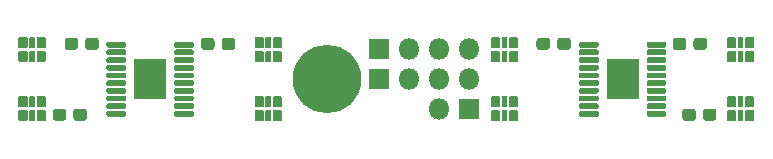
<source format=gbr>
%TF.GenerationSoftware,KiCad,Pcbnew,5.99.0-unknown-4d9d1a5~100~ubuntu19.10.1*%
%TF.CreationDate,2020-03-24T19:27:40+01:00*%
%TF.ProjectId,LEDBoard_4x2_p20x5,4c454442-6f61-4726-945f-3478325f7032,v1.0.0*%
%TF.SameCoordinates,Original*%
%TF.FileFunction,Soldermask,Top*%
%TF.FilePolarity,Negative*%
%FSLAX46Y46*%
G04 Gerber Fmt 4.6, Leading zero omitted, Abs format (unit mm)*
G04 Created by KiCad (PCBNEW 5.99.0-unknown-4d9d1a5~100~ubuntu19.10.1) date 2020-03-24 19:27:40*
%MOMM*%
%LPD*%
G01*
G04 APERTURE LIST*
%ADD10R,2.750000X3.430000*%
%ADD11O,1.800000X1.800000*%
%ADD12R,1.800000X1.800000*%
%ADD13C,5.800000*%
G04 APERTURE END LIST*
G36*
G01*
X90385000Y-103473000D02*
X90385000Y-102697000D01*
G75*
G02*
X90462000Y-102620000I77000J0D01*
G01*
X91078000Y-102620000D01*
G75*
G02*
X91155000Y-102697000I0J-77000D01*
G01*
X91155000Y-103473000D01*
G75*
G02*
X91078000Y-103550000I-77000J0D01*
G01*
X90462000Y-103550000D01*
G75*
G02*
X90385000Y-103473000I0J77000D01*
G01*
G37*
G36*
G01*
X89765000Y-103503000D02*
X89765000Y-102667000D01*
G75*
G02*
X89812000Y-102620000I47000J0D01*
G01*
X90188000Y-102620000D01*
G75*
G02*
X90235000Y-102667000I0J-47000D01*
G01*
X90235000Y-103503000D01*
G75*
G02*
X90188000Y-103550000I-47000J0D01*
G01*
X89812000Y-103550000D01*
G75*
G02*
X89765000Y-103503000I0J47000D01*
G01*
G37*
G36*
G01*
X88845000Y-103473000D02*
X88845000Y-102697000D01*
G75*
G02*
X88922000Y-102620000I77000J0D01*
G01*
X89538000Y-102620000D01*
G75*
G02*
X89615000Y-102697000I0J-77000D01*
G01*
X89615000Y-103473000D01*
G75*
G02*
X89538000Y-103550000I-77000J0D01*
G01*
X88922000Y-103550000D01*
G75*
G02*
X88845000Y-103473000I0J77000D01*
G01*
G37*
G36*
G01*
X90385000Y-102303000D02*
X90385000Y-101527000D01*
G75*
G02*
X90462000Y-101450000I77000J0D01*
G01*
X91078000Y-101450000D01*
G75*
G02*
X91155000Y-101527000I0J-77000D01*
G01*
X91155000Y-102303000D01*
G75*
G02*
X91078000Y-102380000I-77000J0D01*
G01*
X90462000Y-102380000D01*
G75*
G02*
X90385000Y-102303000I0J77000D01*
G01*
G37*
G36*
G01*
X89765000Y-102333000D02*
X89765000Y-101497000D01*
G75*
G02*
X89812000Y-101450000I47000J0D01*
G01*
X90188000Y-101450000D01*
G75*
G02*
X90235000Y-101497000I0J-47000D01*
G01*
X90235000Y-102333000D01*
G75*
G02*
X90188000Y-102380000I-47000J0D01*
G01*
X89812000Y-102380000D01*
G75*
G02*
X89765000Y-102333000I0J47000D01*
G01*
G37*
G36*
G01*
X88845000Y-102303000D02*
X88845000Y-101527000D01*
G75*
G02*
X88922000Y-101450000I77000J0D01*
G01*
X89538000Y-101450000D01*
G75*
G02*
X89615000Y-101527000I0J-77000D01*
G01*
X89615000Y-102303000D01*
G75*
G02*
X89538000Y-102380000I-77000J0D01*
G01*
X88922000Y-102380000D01*
G75*
G02*
X88845000Y-102303000I0J77000D01*
G01*
G37*
G36*
G01*
X130385000Y-103473000D02*
X130385000Y-102697000D01*
G75*
G02*
X130462000Y-102620000I77000J0D01*
G01*
X131078000Y-102620000D01*
G75*
G02*
X131155000Y-102697000I0J-77000D01*
G01*
X131155000Y-103473000D01*
G75*
G02*
X131078000Y-103550000I-77000J0D01*
G01*
X130462000Y-103550000D01*
G75*
G02*
X130385000Y-103473000I0J77000D01*
G01*
G37*
G36*
G01*
X129765000Y-103503000D02*
X129765000Y-102667000D01*
G75*
G02*
X129812000Y-102620000I47000J0D01*
G01*
X130188000Y-102620000D01*
G75*
G02*
X130235000Y-102667000I0J-47000D01*
G01*
X130235000Y-103503000D01*
G75*
G02*
X130188000Y-103550000I-47000J0D01*
G01*
X129812000Y-103550000D01*
G75*
G02*
X129765000Y-103503000I0J47000D01*
G01*
G37*
G36*
G01*
X128845000Y-103473000D02*
X128845000Y-102697000D01*
G75*
G02*
X128922000Y-102620000I77000J0D01*
G01*
X129538000Y-102620000D01*
G75*
G02*
X129615000Y-102697000I0J-77000D01*
G01*
X129615000Y-103473000D01*
G75*
G02*
X129538000Y-103550000I-77000J0D01*
G01*
X128922000Y-103550000D01*
G75*
G02*
X128845000Y-103473000I0J77000D01*
G01*
G37*
G36*
G01*
X130385000Y-102303000D02*
X130385000Y-101527000D01*
G75*
G02*
X130462000Y-101450000I77000J0D01*
G01*
X131078000Y-101450000D01*
G75*
G02*
X131155000Y-101527000I0J-77000D01*
G01*
X131155000Y-102303000D01*
G75*
G02*
X131078000Y-102380000I-77000J0D01*
G01*
X130462000Y-102380000D01*
G75*
G02*
X130385000Y-102303000I0J77000D01*
G01*
G37*
G36*
G01*
X129765000Y-102333000D02*
X129765000Y-101497000D01*
G75*
G02*
X129812000Y-101450000I47000J0D01*
G01*
X130188000Y-101450000D01*
G75*
G02*
X130235000Y-101497000I0J-47000D01*
G01*
X130235000Y-102333000D01*
G75*
G02*
X130188000Y-102380000I-47000J0D01*
G01*
X129812000Y-102380000D01*
G75*
G02*
X129765000Y-102333000I0J47000D01*
G01*
G37*
G36*
G01*
X128845000Y-102303000D02*
X128845000Y-101527000D01*
G75*
G02*
X128922000Y-101450000I77000J0D01*
G01*
X129538000Y-101450000D01*
G75*
G02*
X129615000Y-101527000I0J-77000D01*
G01*
X129615000Y-102303000D01*
G75*
G02*
X129538000Y-102380000I-77000J0D01*
G01*
X128922000Y-102380000D01*
G75*
G02*
X128845000Y-102303000I0J77000D01*
G01*
G37*
G36*
G01*
X130385000Y-98473000D02*
X130385000Y-97697000D01*
G75*
G02*
X130462000Y-97620000I77000J0D01*
G01*
X131078000Y-97620000D01*
G75*
G02*
X131155000Y-97697000I0J-77000D01*
G01*
X131155000Y-98473000D01*
G75*
G02*
X131078000Y-98550000I-77000J0D01*
G01*
X130462000Y-98550000D01*
G75*
G02*
X130385000Y-98473000I0J77000D01*
G01*
G37*
G36*
G01*
X129765000Y-98503000D02*
X129765000Y-97667000D01*
G75*
G02*
X129812000Y-97620000I47000J0D01*
G01*
X130188000Y-97620000D01*
G75*
G02*
X130235000Y-97667000I0J-47000D01*
G01*
X130235000Y-98503000D01*
G75*
G02*
X130188000Y-98550000I-47000J0D01*
G01*
X129812000Y-98550000D01*
G75*
G02*
X129765000Y-98503000I0J47000D01*
G01*
G37*
G36*
G01*
X128845000Y-98473000D02*
X128845000Y-97697000D01*
G75*
G02*
X128922000Y-97620000I77000J0D01*
G01*
X129538000Y-97620000D01*
G75*
G02*
X129615000Y-97697000I0J-77000D01*
G01*
X129615000Y-98473000D01*
G75*
G02*
X129538000Y-98550000I-77000J0D01*
G01*
X128922000Y-98550000D01*
G75*
G02*
X128845000Y-98473000I0J77000D01*
G01*
G37*
G36*
G01*
X130385000Y-97303000D02*
X130385000Y-96527000D01*
G75*
G02*
X130462000Y-96450000I77000J0D01*
G01*
X131078000Y-96450000D01*
G75*
G02*
X131155000Y-96527000I0J-77000D01*
G01*
X131155000Y-97303000D01*
G75*
G02*
X131078000Y-97380000I-77000J0D01*
G01*
X130462000Y-97380000D01*
G75*
G02*
X130385000Y-97303000I0J77000D01*
G01*
G37*
G36*
G01*
X129765000Y-97333000D02*
X129765000Y-96497000D01*
G75*
G02*
X129812000Y-96450000I47000J0D01*
G01*
X130188000Y-96450000D01*
G75*
G02*
X130235000Y-96497000I0J-47000D01*
G01*
X130235000Y-97333000D01*
G75*
G02*
X130188000Y-97380000I-47000J0D01*
G01*
X129812000Y-97380000D01*
G75*
G02*
X129765000Y-97333000I0J47000D01*
G01*
G37*
G36*
G01*
X128845000Y-97303000D02*
X128845000Y-96527000D01*
G75*
G02*
X128922000Y-96450000I77000J0D01*
G01*
X129538000Y-96450000D01*
G75*
G02*
X129615000Y-96527000I0J-77000D01*
G01*
X129615000Y-97303000D01*
G75*
G02*
X129538000Y-97380000I-77000J0D01*
G01*
X128922000Y-97380000D01*
G75*
G02*
X128845000Y-97303000I0J77000D01*
G01*
G37*
G36*
G01*
X110385000Y-103473000D02*
X110385000Y-102697000D01*
G75*
G02*
X110462000Y-102620000I77000J0D01*
G01*
X111078000Y-102620000D01*
G75*
G02*
X111155000Y-102697000I0J-77000D01*
G01*
X111155000Y-103473000D01*
G75*
G02*
X111078000Y-103550000I-77000J0D01*
G01*
X110462000Y-103550000D01*
G75*
G02*
X110385000Y-103473000I0J77000D01*
G01*
G37*
G36*
G01*
X109765000Y-103503000D02*
X109765000Y-102667000D01*
G75*
G02*
X109812000Y-102620000I47000J0D01*
G01*
X110188000Y-102620000D01*
G75*
G02*
X110235000Y-102667000I0J-47000D01*
G01*
X110235000Y-103503000D01*
G75*
G02*
X110188000Y-103550000I-47000J0D01*
G01*
X109812000Y-103550000D01*
G75*
G02*
X109765000Y-103503000I0J47000D01*
G01*
G37*
G36*
G01*
X108845000Y-103473000D02*
X108845000Y-102697000D01*
G75*
G02*
X108922000Y-102620000I77000J0D01*
G01*
X109538000Y-102620000D01*
G75*
G02*
X109615000Y-102697000I0J-77000D01*
G01*
X109615000Y-103473000D01*
G75*
G02*
X109538000Y-103550000I-77000J0D01*
G01*
X108922000Y-103550000D01*
G75*
G02*
X108845000Y-103473000I0J77000D01*
G01*
G37*
G36*
G01*
X110385000Y-102303000D02*
X110385000Y-101527000D01*
G75*
G02*
X110462000Y-101450000I77000J0D01*
G01*
X111078000Y-101450000D01*
G75*
G02*
X111155000Y-101527000I0J-77000D01*
G01*
X111155000Y-102303000D01*
G75*
G02*
X111078000Y-102380000I-77000J0D01*
G01*
X110462000Y-102380000D01*
G75*
G02*
X110385000Y-102303000I0J77000D01*
G01*
G37*
G36*
G01*
X109765000Y-102333000D02*
X109765000Y-101497000D01*
G75*
G02*
X109812000Y-101450000I47000J0D01*
G01*
X110188000Y-101450000D01*
G75*
G02*
X110235000Y-101497000I0J-47000D01*
G01*
X110235000Y-102333000D01*
G75*
G02*
X110188000Y-102380000I-47000J0D01*
G01*
X109812000Y-102380000D01*
G75*
G02*
X109765000Y-102333000I0J47000D01*
G01*
G37*
G36*
G01*
X108845000Y-102303000D02*
X108845000Y-101527000D01*
G75*
G02*
X108922000Y-101450000I77000J0D01*
G01*
X109538000Y-101450000D01*
G75*
G02*
X109615000Y-101527000I0J-77000D01*
G01*
X109615000Y-102303000D01*
G75*
G02*
X109538000Y-102380000I-77000J0D01*
G01*
X108922000Y-102380000D01*
G75*
G02*
X108845000Y-102303000I0J77000D01*
G01*
G37*
G36*
G01*
X110385000Y-98473000D02*
X110385000Y-97697000D01*
G75*
G02*
X110462000Y-97620000I77000J0D01*
G01*
X111078000Y-97620000D01*
G75*
G02*
X111155000Y-97697000I0J-77000D01*
G01*
X111155000Y-98473000D01*
G75*
G02*
X111078000Y-98550000I-77000J0D01*
G01*
X110462000Y-98550000D01*
G75*
G02*
X110385000Y-98473000I0J77000D01*
G01*
G37*
G36*
G01*
X109765000Y-98503000D02*
X109765000Y-97667000D01*
G75*
G02*
X109812000Y-97620000I47000J0D01*
G01*
X110188000Y-97620000D01*
G75*
G02*
X110235000Y-97667000I0J-47000D01*
G01*
X110235000Y-98503000D01*
G75*
G02*
X110188000Y-98550000I-47000J0D01*
G01*
X109812000Y-98550000D01*
G75*
G02*
X109765000Y-98503000I0J47000D01*
G01*
G37*
G36*
G01*
X108845000Y-98473000D02*
X108845000Y-97697000D01*
G75*
G02*
X108922000Y-97620000I77000J0D01*
G01*
X109538000Y-97620000D01*
G75*
G02*
X109615000Y-97697000I0J-77000D01*
G01*
X109615000Y-98473000D01*
G75*
G02*
X109538000Y-98550000I-77000J0D01*
G01*
X108922000Y-98550000D01*
G75*
G02*
X108845000Y-98473000I0J77000D01*
G01*
G37*
G36*
G01*
X110385000Y-97303000D02*
X110385000Y-96527000D01*
G75*
G02*
X110462000Y-96450000I77000J0D01*
G01*
X111078000Y-96450000D01*
G75*
G02*
X111155000Y-96527000I0J-77000D01*
G01*
X111155000Y-97303000D01*
G75*
G02*
X111078000Y-97380000I-77000J0D01*
G01*
X110462000Y-97380000D01*
G75*
G02*
X110385000Y-97303000I0J77000D01*
G01*
G37*
G36*
G01*
X109765000Y-97333000D02*
X109765000Y-96497000D01*
G75*
G02*
X109812000Y-96450000I47000J0D01*
G01*
X110188000Y-96450000D01*
G75*
G02*
X110235000Y-96497000I0J-47000D01*
G01*
X110235000Y-97333000D01*
G75*
G02*
X110188000Y-97380000I-47000J0D01*
G01*
X109812000Y-97380000D01*
G75*
G02*
X109765000Y-97333000I0J47000D01*
G01*
G37*
G36*
G01*
X108845000Y-97303000D02*
X108845000Y-96527000D01*
G75*
G02*
X108922000Y-96450000I77000J0D01*
G01*
X109538000Y-96450000D01*
G75*
G02*
X109615000Y-96527000I0J-77000D01*
G01*
X109615000Y-97303000D01*
G75*
G02*
X109538000Y-97380000I-77000J0D01*
G01*
X108922000Y-97380000D01*
G75*
G02*
X108845000Y-97303000I0J77000D01*
G01*
G37*
G36*
G01*
X90385000Y-98473000D02*
X90385000Y-97697000D01*
G75*
G02*
X90462000Y-97620000I77000J0D01*
G01*
X91078000Y-97620000D01*
G75*
G02*
X91155000Y-97697000I0J-77000D01*
G01*
X91155000Y-98473000D01*
G75*
G02*
X91078000Y-98550000I-77000J0D01*
G01*
X90462000Y-98550000D01*
G75*
G02*
X90385000Y-98473000I0J77000D01*
G01*
G37*
G36*
G01*
X89765000Y-98503000D02*
X89765000Y-97667000D01*
G75*
G02*
X89812000Y-97620000I47000J0D01*
G01*
X90188000Y-97620000D01*
G75*
G02*
X90235000Y-97667000I0J-47000D01*
G01*
X90235000Y-98503000D01*
G75*
G02*
X90188000Y-98550000I-47000J0D01*
G01*
X89812000Y-98550000D01*
G75*
G02*
X89765000Y-98503000I0J47000D01*
G01*
G37*
G36*
G01*
X88845000Y-98473000D02*
X88845000Y-97697000D01*
G75*
G02*
X88922000Y-97620000I77000J0D01*
G01*
X89538000Y-97620000D01*
G75*
G02*
X89615000Y-97697000I0J-77000D01*
G01*
X89615000Y-98473000D01*
G75*
G02*
X89538000Y-98550000I-77000J0D01*
G01*
X88922000Y-98550000D01*
G75*
G02*
X88845000Y-98473000I0J77000D01*
G01*
G37*
G36*
G01*
X90385000Y-97303000D02*
X90385000Y-96527000D01*
G75*
G02*
X90462000Y-96450000I77000J0D01*
G01*
X91078000Y-96450000D01*
G75*
G02*
X91155000Y-96527000I0J-77000D01*
G01*
X91155000Y-97303000D01*
G75*
G02*
X91078000Y-97380000I-77000J0D01*
G01*
X90462000Y-97380000D01*
G75*
G02*
X90385000Y-97303000I0J77000D01*
G01*
G37*
G36*
G01*
X89765000Y-97333000D02*
X89765000Y-96497000D01*
G75*
G02*
X89812000Y-96450000I47000J0D01*
G01*
X90188000Y-96450000D01*
G75*
G02*
X90235000Y-96497000I0J-47000D01*
G01*
X90235000Y-97333000D01*
G75*
G02*
X90188000Y-97380000I-47000J0D01*
G01*
X89812000Y-97380000D01*
G75*
G02*
X89765000Y-97333000I0J47000D01*
G01*
G37*
G36*
G01*
X88845000Y-97303000D02*
X88845000Y-96527000D01*
G75*
G02*
X88922000Y-96450000I77000J0D01*
G01*
X89538000Y-96450000D01*
G75*
G02*
X89615000Y-96527000I0J-77000D01*
G01*
X89615000Y-97303000D01*
G75*
G02*
X89538000Y-97380000I-77000J0D01*
G01*
X88922000Y-97380000D01*
G75*
G02*
X88845000Y-97303000I0J77000D01*
G01*
G37*
G36*
G01*
X70385000Y-103473000D02*
X70385000Y-102697000D01*
G75*
G02*
X70462000Y-102620000I77000J0D01*
G01*
X71078000Y-102620000D01*
G75*
G02*
X71155000Y-102697000I0J-77000D01*
G01*
X71155000Y-103473000D01*
G75*
G02*
X71078000Y-103550000I-77000J0D01*
G01*
X70462000Y-103550000D01*
G75*
G02*
X70385000Y-103473000I0J77000D01*
G01*
G37*
G36*
G01*
X69765000Y-103503000D02*
X69765000Y-102667000D01*
G75*
G02*
X69812000Y-102620000I47000J0D01*
G01*
X70188000Y-102620000D01*
G75*
G02*
X70235000Y-102667000I0J-47000D01*
G01*
X70235000Y-103503000D01*
G75*
G02*
X70188000Y-103550000I-47000J0D01*
G01*
X69812000Y-103550000D01*
G75*
G02*
X69765000Y-103503000I0J47000D01*
G01*
G37*
G36*
G01*
X68845000Y-103473000D02*
X68845000Y-102697000D01*
G75*
G02*
X68922000Y-102620000I77000J0D01*
G01*
X69538000Y-102620000D01*
G75*
G02*
X69615000Y-102697000I0J-77000D01*
G01*
X69615000Y-103473000D01*
G75*
G02*
X69538000Y-103550000I-77000J0D01*
G01*
X68922000Y-103550000D01*
G75*
G02*
X68845000Y-103473000I0J77000D01*
G01*
G37*
G36*
G01*
X70385000Y-102303000D02*
X70385000Y-101527000D01*
G75*
G02*
X70462000Y-101450000I77000J0D01*
G01*
X71078000Y-101450000D01*
G75*
G02*
X71155000Y-101527000I0J-77000D01*
G01*
X71155000Y-102303000D01*
G75*
G02*
X71078000Y-102380000I-77000J0D01*
G01*
X70462000Y-102380000D01*
G75*
G02*
X70385000Y-102303000I0J77000D01*
G01*
G37*
G36*
G01*
X69765000Y-102333000D02*
X69765000Y-101497000D01*
G75*
G02*
X69812000Y-101450000I47000J0D01*
G01*
X70188000Y-101450000D01*
G75*
G02*
X70235000Y-101497000I0J-47000D01*
G01*
X70235000Y-102333000D01*
G75*
G02*
X70188000Y-102380000I-47000J0D01*
G01*
X69812000Y-102380000D01*
G75*
G02*
X69765000Y-102333000I0J47000D01*
G01*
G37*
G36*
G01*
X68845000Y-102303000D02*
X68845000Y-101527000D01*
G75*
G02*
X68922000Y-101450000I77000J0D01*
G01*
X69538000Y-101450000D01*
G75*
G02*
X69615000Y-101527000I0J-77000D01*
G01*
X69615000Y-102303000D01*
G75*
G02*
X69538000Y-102380000I-77000J0D01*
G01*
X68922000Y-102380000D01*
G75*
G02*
X68845000Y-102303000I0J77000D01*
G01*
G37*
G36*
G01*
X70385000Y-98473000D02*
X70385000Y-97697000D01*
G75*
G02*
X70462000Y-97620000I77000J0D01*
G01*
X71078000Y-97620000D01*
G75*
G02*
X71155000Y-97697000I0J-77000D01*
G01*
X71155000Y-98473000D01*
G75*
G02*
X71078000Y-98550000I-77000J0D01*
G01*
X70462000Y-98550000D01*
G75*
G02*
X70385000Y-98473000I0J77000D01*
G01*
G37*
G36*
G01*
X69765000Y-98503000D02*
X69765000Y-97667000D01*
G75*
G02*
X69812000Y-97620000I47000J0D01*
G01*
X70188000Y-97620000D01*
G75*
G02*
X70235000Y-97667000I0J-47000D01*
G01*
X70235000Y-98503000D01*
G75*
G02*
X70188000Y-98550000I-47000J0D01*
G01*
X69812000Y-98550000D01*
G75*
G02*
X69765000Y-98503000I0J47000D01*
G01*
G37*
G36*
G01*
X68845000Y-98473000D02*
X68845000Y-97697000D01*
G75*
G02*
X68922000Y-97620000I77000J0D01*
G01*
X69538000Y-97620000D01*
G75*
G02*
X69615000Y-97697000I0J-77000D01*
G01*
X69615000Y-98473000D01*
G75*
G02*
X69538000Y-98550000I-77000J0D01*
G01*
X68922000Y-98550000D01*
G75*
G02*
X68845000Y-98473000I0J77000D01*
G01*
G37*
G36*
G01*
X70385000Y-97303000D02*
X70385000Y-96527000D01*
G75*
G02*
X70462000Y-96450000I77000J0D01*
G01*
X71078000Y-96450000D01*
G75*
G02*
X71155000Y-96527000I0J-77000D01*
G01*
X71155000Y-97303000D01*
G75*
G02*
X71078000Y-97380000I-77000J0D01*
G01*
X70462000Y-97380000D01*
G75*
G02*
X70385000Y-97303000I0J77000D01*
G01*
G37*
G36*
G01*
X69765000Y-97333000D02*
X69765000Y-96497000D01*
G75*
G02*
X69812000Y-96450000I47000J0D01*
G01*
X70188000Y-96450000D01*
G75*
G02*
X70235000Y-96497000I0J-47000D01*
G01*
X70235000Y-97333000D01*
G75*
G02*
X70188000Y-97380000I-47000J0D01*
G01*
X69812000Y-97380000D01*
G75*
G02*
X69765000Y-97333000I0J47000D01*
G01*
G37*
G36*
G01*
X68845000Y-97303000D02*
X68845000Y-96527000D01*
G75*
G02*
X68922000Y-96450000I77000J0D01*
G01*
X69538000Y-96450000D01*
G75*
G02*
X69615000Y-96527000I0J-77000D01*
G01*
X69615000Y-97303000D01*
G75*
G02*
X69538000Y-97380000I-77000J0D01*
G01*
X68922000Y-97380000D01*
G75*
G02*
X68845000Y-97303000I0J77000D01*
G01*
G37*
G36*
G01*
X73500000Y-103262500D02*
X73500000Y-102737500D01*
G75*
G02*
X73762500Y-102475000I262500J0D01*
G01*
X74387500Y-102475000D01*
G75*
G02*
X74650000Y-102737500I0J-262500D01*
G01*
X74650000Y-103262500D01*
G75*
G02*
X74387500Y-103525000I-262500J0D01*
G01*
X73762500Y-103525000D01*
G75*
G02*
X73500000Y-103262500I0J262500D01*
G01*
G37*
G36*
G01*
X71750000Y-103262500D02*
X71750000Y-102737500D01*
G75*
G02*
X72012500Y-102475000I262500J0D01*
G01*
X72637500Y-102475000D01*
G75*
G02*
X72900000Y-102737500I0J-262500D01*
G01*
X72900000Y-103262500D01*
G75*
G02*
X72637500Y-103525000I-262500J0D01*
G01*
X72012500Y-103525000D01*
G75*
G02*
X71750000Y-103262500I0J262500D01*
G01*
G37*
D10*
X120000000Y-100000000D03*
G36*
G01*
X122025000Y-97200000D02*
X122025000Y-96950000D01*
G75*
G02*
X122150000Y-96825000I125000J0D01*
G01*
X123575000Y-96825000D01*
G75*
G02*
X123700000Y-96950000I0J-125000D01*
G01*
X123700000Y-97200000D01*
G75*
G02*
X123575000Y-97325000I-125000J0D01*
G01*
X122150000Y-97325000D01*
G75*
G02*
X122025000Y-97200000I0J125000D01*
G01*
G37*
G36*
G01*
X122025000Y-97850000D02*
X122025000Y-97600000D01*
G75*
G02*
X122150000Y-97475000I125000J0D01*
G01*
X123575000Y-97475000D01*
G75*
G02*
X123700000Y-97600000I0J-125000D01*
G01*
X123700000Y-97850000D01*
G75*
G02*
X123575000Y-97975000I-125000J0D01*
G01*
X122150000Y-97975000D01*
G75*
G02*
X122025000Y-97850000I0J125000D01*
G01*
G37*
G36*
G01*
X122025000Y-98500000D02*
X122025000Y-98250000D01*
G75*
G02*
X122150000Y-98125000I125000J0D01*
G01*
X123575000Y-98125000D01*
G75*
G02*
X123700000Y-98250000I0J-125000D01*
G01*
X123700000Y-98500000D01*
G75*
G02*
X123575000Y-98625000I-125000J0D01*
G01*
X122150000Y-98625000D01*
G75*
G02*
X122025000Y-98500000I0J125000D01*
G01*
G37*
G36*
G01*
X122025000Y-99150000D02*
X122025000Y-98900000D01*
G75*
G02*
X122150000Y-98775000I125000J0D01*
G01*
X123575000Y-98775000D01*
G75*
G02*
X123700000Y-98900000I0J-125000D01*
G01*
X123700000Y-99150000D01*
G75*
G02*
X123575000Y-99275000I-125000J0D01*
G01*
X122150000Y-99275000D01*
G75*
G02*
X122025000Y-99150000I0J125000D01*
G01*
G37*
G36*
G01*
X122025000Y-99800000D02*
X122025000Y-99550000D01*
G75*
G02*
X122150000Y-99425000I125000J0D01*
G01*
X123575000Y-99425000D01*
G75*
G02*
X123700000Y-99550000I0J-125000D01*
G01*
X123700000Y-99800000D01*
G75*
G02*
X123575000Y-99925000I-125000J0D01*
G01*
X122150000Y-99925000D01*
G75*
G02*
X122025000Y-99800000I0J125000D01*
G01*
G37*
G36*
G01*
X122025000Y-100450000D02*
X122025000Y-100200000D01*
G75*
G02*
X122150000Y-100075000I125000J0D01*
G01*
X123575000Y-100075000D01*
G75*
G02*
X123700000Y-100200000I0J-125000D01*
G01*
X123700000Y-100450000D01*
G75*
G02*
X123575000Y-100575000I-125000J0D01*
G01*
X122150000Y-100575000D01*
G75*
G02*
X122025000Y-100450000I0J125000D01*
G01*
G37*
G36*
G01*
X122025000Y-101100000D02*
X122025000Y-100850000D01*
G75*
G02*
X122150000Y-100725000I125000J0D01*
G01*
X123575000Y-100725000D01*
G75*
G02*
X123700000Y-100850000I0J-125000D01*
G01*
X123700000Y-101100000D01*
G75*
G02*
X123575000Y-101225000I-125000J0D01*
G01*
X122150000Y-101225000D01*
G75*
G02*
X122025000Y-101100000I0J125000D01*
G01*
G37*
G36*
G01*
X122025000Y-101750000D02*
X122025000Y-101500000D01*
G75*
G02*
X122150000Y-101375000I125000J0D01*
G01*
X123575000Y-101375000D01*
G75*
G02*
X123700000Y-101500000I0J-125000D01*
G01*
X123700000Y-101750000D01*
G75*
G02*
X123575000Y-101875000I-125000J0D01*
G01*
X122150000Y-101875000D01*
G75*
G02*
X122025000Y-101750000I0J125000D01*
G01*
G37*
G36*
G01*
X122025000Y-102400000D02*
X122025000Y-102150000D01*
G75*
G02*
X122150000Y-102025000I125000J0D01*
G01*
X123575000Y-102025000D01*
G75*
G02*
X123700000Y-102150000I0J-125000D01*
G01*
X123700000Y-102400000D01*
G75*
G02*
X123575000Y-102525000I-125000J0D01*
G01*
X122150000Y-102525000D01*
G75*
G02*
X122025000Y-102400000I0J125000D01*
G01*
G37*
G36*
G01*
X122025000Y-103050000D02*
X122025000Y-102800000D01*
G75*
G02*
X122150000Y-102675000I125000J0D01*
G01*
X123575000Y-102675000D01*
G75*
G02*
X123700000Y-102800000I0J-125000D01*
G01*
X123700000Y-103050000D01*
G75*
G02*
X123575000Y-103175000I-125000J0D01*
G01*
X122150000Y-103175000D01*
G75*
G02*
X122025000Y-103050000I0J125000D01*
G01*
G37*
G36*
G01*
X116300000Y-103050000D02*
X116300000Y-102800000D01*
G75*
G02*
X116425000Y-102675000I125000J0D01*
G01*
X117850000Y-102675000D01*
G75*
G02*
X117975000Y-102800000I0J-125000D01*
G01*
X117975000Y-103050000D01*
G75*
G02*
X117850000Y-103175000I-125000J0D01*
G01*
X116425000Y-103175000D01*
G75*
G02*
X116300000Y-103050000I0J125000D01*
G01*
G37*
G36*
G01*
X116300000Y-102400000D02*
X116300000Y-102150000D01*
G75*
G02*
X116425000Y-102025000I125000J0D01*
G01*
X117850000Y-102025000D01*
G75*
G02*
X117975000Y-102150000I0J-125000D01*
G01*
X117975000Y-102400000D01*
G75*
G02*
X117850000Y-102525000I-125000J0D01*
G01*
X116425000Y-102525000D01*
G75*
G02*
X116300000Y-102400000I0J125000D01*
G01*
G37*
G36*
G01*
X116300000Y-101750000D02*
X116300000Y-101500000D01*
G75*
G02*
X116425000Y-101375000I125000J0D01*
G01*
X117850000Y-101375000D01*
G75*
G02*
X117975000Y-101500000I0J-125000D01*
G01*
X117975000Y-101750000D01*
G75*
G02*
X117850000Y-101875000I-125000J0D01*
G01*
X116425000Y-101875000D01*
G75*
G02*
X116300000Y-101750000I0J125000D01*
G01*
G37*
G36*
G01*
X116300000Y-101100000D02*
X116300000Y-100850000D01*
G75*
G02*
X116425000Y-100725000I125000J0D01*
G01*
X117850000Y-100725000D01*
G75*
G02*
X117975000Y-100850000I0J-125000D01*
G01*
X117975000Y-101100000D01*
G75*
G02*
X117850000Y-101225000I-125000J0D01*
G01*
X116425000Y-101225000D01*
G75*
G02*
X116300000Y-101100000I0J125000D01*
G01*
G37*
G36*
G01*
X116300000Y-100450000D02*
X116300000Y-100200000D01*
G75*
G02*
X116425000Y-100075000I125000J0D01*
G01*
X117850000Y-100075000D01*
G75*
G02*
X117975000Y-100200000I0J-125000D01*
G01*
X117975000Y-100450000D01*
G75*
G02*
X117850000Y-100575000I-125000J0D01*
G01*
X116425000Y-100575000D01*
G75*
G02*
X116300000Y-100450000I0J125000D01*
G01*
G37*
G36*
G01*
X116300000Y-99800000D02*
X116300000Y-99550000D01*
G75*
G02*
X116425000Y-99425000I125000J0D01*
G01*
X117850000Y-99425000D01*
G75*
G02*
X117975000Y-99550000I0J-125000D01*
G01*
X117975000Y-99800000D01*
G75*
G02*
X117850000Y-99925000I-125000J0D01*
G01*
X116425000Y-99925000D01*
G75*
G02*
X116300000Y-99800000I0J125000D01*
G01*
G37*
G36*
G01*
X116300000Y-99150000D02*
X116300000Y-98900000D01*
G75*
G02*
X116425000Y-98775000I125000J0D01*
G01*
X117850000Y-98775000D01*
G75*
G02*
X117975000Y-98900000I0J-125000D01*
G01*
X117975000Y-99150000D01*
G75*
G02*
X117850000Y-99275000I-125000J0D01*
G01*
X116425000Y-99275000D01*
G75*
G02*
X116300000Y-99150000I0J125000D01*
G01*
G37*
G36*
G01*
X116300000Y-98500000D02*
X116300000Y-98250000D01*
G75*
G02*
X116425000Y-98125000I125000J0D01*
G01*
X117850000Y-98125000D01*
G75*
G02*
X117975000Y-98250000I0J-125000D01*
G01*
X117975000Y-98500000D01*
G75*
G02*
X117850000Y-98625000I-125000J0D01*
G01*
X116425000Y-98625000D01*
G75*
G02*
X116300000Y-98500000I0J125000D01*
G01*
G37*
G36*
G01*
X116300000Y-97850000D02*
X116300000Y-97600000D01*
G75*
G02*
X116425000Y-97475000I125000J0D01*
G01*
X117850000Y-97475000D01*
G75*
G02*
X117975000Y-97600000I0J-125000D01*
G01*
X117975000Y-97850000D01*
G75*
G02*
X117850000Y-97975000I-125000J0D01*
G01*
X116425000Y-97975000D01*
G75*
G02*
X116300000Y-97850000I0J125000D01*
G01*
G37*
G36*
G01*
X116300000Y-97200000D02*
X116300000Y-96950000D01*
G75*
G02*
X116425000Y-96825000I125000J0D01*
G01*
X117850000Y-96825000D01*
G75*
G02*
X117975000Y-96950000I0J-125000D01*
G01*
X117975000Y-97200000D01*
G75*
G02*
X117850000Y-97325000I-125000J0D01*
G01*
X116425000Y-97325000D01*
G75*
G02*
X116300000Y-97200000I0J125000D01*
G01*
G37*
X80000000Y-100000000D03*
G36*
G01*
X82025000Y-97200000D02*
X82025000Y-96950000D01*
G75*
G02*
X82150000Y-96825000I125000J0D01*
G01*
X83575000Y-96825000D01*
G75*
G02*
X83700000Y-96950000I0J-125000D01*
G01*
X83700000Y-97200000D01*
G75*
G02*
X83575000Y-97325000I-125000J0D01*
G01*
X82150000Y-97325000D01*
G75*
G02*
X82025000Y-97200000I0J125000D01*
G01*
G37*
G36*
G01*
X82025000Y-97850000D02*
X82025000Y-97600000D01*
G75*
G02*
X82150000Y-97475000I125000J0D01*
G01*
X83575000Y-97475000D01*
G75*
G02*
X83700000Y-97600000I0J-125000D01*
G01*
X83700000Y-97850000D01*
G75*
G02*
X83575000Y-97975000I-125000J0D01*
G01*
X82150000Y-97975000D01*
G75*
G02*
X82025000Y-97850000I0J125000D01*
G01*
G37*
G36*
G01*
X82025000Y-98500000D02*
X82025000Y-98250000D01*
G75*
G02*
X82150000Y-98125000I125000J0D01*
G01*
X83575000Y-98125000D01*
G75*
G02*
X83700000Y-98250000I0J-125000D01*
G01*
X83700000Y-98500000D01*
G75*
G02*
X83575000Y-98625000I-125000J0D01*
G01*
X82150000Y-98625000D01*
G75*
G02*
X82025000Y-98500000I0J125000D01*
G01*
G37*
G36*
G01*
X82025000Y-99150000D02*
X82025000Y-98900000D01*
G75*
G02*
X82150000Y-98775000I125000J0D01*
G01*
X83575000Y-98775000D01*
G75*
G02*
X83700000Y-98900000I0J-125000D01*
G01*
X83700000Y-99150000D01*
G75*
G02*
X83575000Y-99275000I-125000J0D01*
G01*
X82150000Y-99275000D01*
G75*
G02*
X82025000Y-99150000I0J125000D01*
G01*
G37*
G36*
G01*
X82025000Y-99800000D02*
X82025000Y-99550000D01*
G75*
G02*
X82150000Y-99425000I125000J0D01*
G01*
X83575000Y-99425000D01*
G75*
G02*
X83700000Y-99550000I0J-125000D01*
G01*
X83700000Y-99800000D01*
G75*
G02*
X83575000Y-99925000I-125000J0D01*
G01*
X82150000Y-99925000D01*
G75*
G02*
X82025000Y-99800000I0J125000D01*
G01*
G37*
G36*
G01*
X82025000Y-100450000D02*
X82025000Y-100200000D01*
G75*
G02*
X82150000Y-100075000I125000J0D01*
G01*
X83575000Y-100075000D01*
G75*
G02*
X83700000Y-100200000I0J-125000D01*
G01*
X83700000Y-100450000D01*
G75*
G02*
X83575000Y-100575000I-125000J0D01*
G01*
X82150000Y-100575000D01*
G75*
G02*
X82025000Y-100450000I0J125000D01*
G01*
G37*
G36*
G01*
X82025000Y-101100000D02*
X82025000Y-100850000D01*
G75*
G02*
X82150000Y-100725000I125000J0D01*
G01*
X83575000Y-100725000D01*
G75*
G02*
X83700000Y-100850000I0J-125000D01*
G01*
X83700000Y-101100000D01*
G75*
G02*
X83575000Y-101225000I-125000J0D01*
G01*
X82150000Y-101225000D01*
G75*
G02*
X82025000Y-101100000I0J125000D01*
G01*
G37*
G36*
G01*
X82025000Y-101750000D02*
X82025000Y-101500000D01*
G75*
G02*
X82150000Y-101375000I125000J0D01*
G01*
X83575000Y-101375000D01*
G75*
G02*
X83700000Y-101500000I0J-125000D01*
G01*
X83700000Y-101750000D01*
G75*
G02*
X83575000Y-101875000I-125000J0D01*
G01*
X82150000Y-101875000D01*
G75*
G02*
X82025000Y-101750000I0J125000D01*
G01*
G37*
G36*
G01*
X82025000Y-102400000D02*
X82025000Y-102150000D01*
G75*
G02*
X82150000Y-102025000I125000J0D01*
G01*
X83575000Y-102025000D01*
G75*
G02*
X83700000Y-102150000I0J-125000D01*
G01*
X83700000Y-102400000D01*
G75*
G02*
X83575000Y-102525000I-125000J0D01*
G01*
X82150000Y-102525000D01*
G75*
G02*
X82025000Y-102400000I0J125000D01*
G01*
G37*
G36*
G01*
X82025000Y-103050000D02*
X82025000Y-102800000D01*
G75*
G02*
X82150000Y-102675000I125000J0D01*
G01*
X83575000Y-102675000D01*
G75*
G02*
X83700000Y-102800000I0J-125000D01*
G01*
X83700000Y-103050000D01*
G75*
G02*
X83575000Y-103175000I-125000J0D01*
G01*
X82150000Y-103175000D01*
G75*
G02*
X82025000Y-103050000I0J125000D01*
G01*
G37*
G36*
G01*
X76300000Y-103050000D02*
X76300000Y-102800000D01*
G75*
G02*
X76425000Y-102675000I125000J0D01*
G01*
X77850000Y-102675000D01*
G75*
G02*
X77975000Y-102800000I0J-125000D01*
G01*
X77975000Y-103050000D01*
G75*
G02*
X77850000Y-103175000I-125000J0D01*
G01*
X76425000Y-103175000D01*
G75*
G02*
X76300000Y-103050000I0J125000D01*
G01*
G37*
G36*
G01*
X76300000Y-102400000D02*
X76300000Y-102150000D01*
G75*
G02*
X76425000Y-102025000I125000J0D01*
G01*
X77850000Y-102025000D01*
G75*
G02*
X77975000Y-102150000I0J-125000D01*
G01*
X77975000Y-102400000D01*
G75*
G02*
X77850000Y-102525000I-125000J0D01*
G01*
X76425000Y-102525000D01*
G75*
G02*
X76300000Y-102400000I0J125000D01*
G01*
G37*
G36*
G01*
X76300000Y-101750000D02*
X76300000Y-101500000D01*
G75*
G02*
X76425000Y-101375000I125000J0D01*
G01*
X77850000Y-101375000D01*
G75*
G02*
X77975000Y-101500000I0J-125000D01*
G01*
X77975000Y-101750000D01*
G75*
G02*
X77850000Y-101875000I-125000J0D01*
G01*
X76425000Y-101875000D01*
G75*
G02*
X76300000Y-101750000I0J125000D01*
G01*
G37*
G36*
G01*
X76300000Y-101100000D02*
X76300000Y-100850000D01*
G75*
G02*
X76425000Y-100725000I125000J0D01*
G01*
X77850000Y-100725000D01*
G75*
G02*
X77975000Y-100850000I0J-125000D01*
G01*
X77975000Y-101100000D01*
G75*
G02*
X77850000Y-101225000I-125000J0D01*
G01*
X76425000Y-101225000D01*
G75*
G02*
X76300000Y-101100000I0J125000D01*
G01*
G37*
G36*
G01*
X76300000Y-100450000D02*
X76300000Y-100200000D01*
G75*
G02*
X76425000Y-100075000I125000J0D01*
G01*
X77850000Y-100075000D01*
G75*
G02*
X77975000Y-100200000I0J-125000D01*
G01*
X77975000Y-100450000D01*
G75*
G02*
X77850000Y-100575000I-125000J0D01*
G01*
X76425000Y-100575000D01*
G75*
G02*
X76300000Y-100450000I0J125000D01*
G01*
G37*
G36*
G01*
X76300000Y-99800000D02*
X76300000Y-99550000D01*
G75*
G02*
X76425000Y-99425000I125000J0D01*
G01*
X77850000Y-99425000D01*
G75*
G02*
X77975000Y-99550000I0J-125000D01*
G01*
X77975000Y-99800000D01*
G75*
G02*
X77850000Y-99925000I-125000J0D01*
G01*
X76425000Y-99925000D01*
G75*
G02*
X76300000Y-99800000I0J125000D01*
G01*
G37*
G36*
G01*
X76300000Y-99150000D02*
X76300000Y-98900000D01*
G75*
G02*
X76425000Y-98775000I125000J0D01*
G01*
X77850000Y-98775000D01*
G75*
G02*
X77975000Y-98900000I0J-125000D01*
G01*
X77975000Y-99150000D01*
G75*
G02*
X77850000Y-99275000I-125000J0D01*
G01*
X76425000Y-99275000D01*
G75*
G02*
X76300000Y-99150000I0J125000D01*
G01*
G37*
G36*
G01*
X76300000Y-98500000D02*
X76300000Y-98250000D01*
G75*
G02*
X76425000Y-98125000I125000J0D01*
G01*
X77850000Y-98125000D01*
G75*
G02*
X77975000Y-98250000I0J-125000D01*
G01*
X77975000Y-98500000D01*
G75*
G02*
X77850000Y-98625000I-125000J0D01*
G01*
X76425000Y-98625000D01*
G75*
G02*
X76300000Y-98500000I0J125000D01*
G01*
G37*
G36*
G01*
X76300000Y-97850000D02*
X76300000Y-97600000D01*
G75*
G02*
X76425000Y-97475000I125000J0D01*
G01*
X77850000Y-97475000D01*
G75*
G02*
X77975000Y-97600000I0J-125000D01*
G01*
X77975000Y-97850000D01*
G75*
G02*
X77850000Y-97975000I-125000J0D01*
G01*
X76425000Y-97975000D01*
G75*
G02*
X76300000Y-97850000I0J125000D01*
G01*
G37*
G36*
G01*
X76300000Y-97200000D02*
X76300000Y-96950000D01*
G75*
G02*
X76425000Y-96825000I125000J0D01*
G01*
X77850000Y-96825000D01*
G75*
G02*
X77975000Y-96950000I0J-125000D01*
G01*
X77975000Y-97200000D01*
G75*
G02*
X77850000Y-97325000I-125000J0D01*
G01*
X76425000Y-97325000D01*
G75*
G02*
X76300000Y-97200000I0J125000D01*
G01*
G37*
G36*
G01*
X113858652Y-96737500D02*
X113858652Y-97262500D01*
G75*
G02*
X113596152Y-97525000I-262500J0D01*
G01*
X112971152Y-97525000D01*
G75*
G02*
X112708652Y-97262500I0J262500D01*
G01*
X112708652Y-96737500D01*
G75*
G02*
X112971152Y-96475000I262500J0D01*
G01*
X113596152Y-96475000D01*
G75*
G02*
X113858652Y-96737500I0J-262500D01*
G01*
G37*
G36*
G01*
X115608652Y-96737500D02*
X115608652Y-97262500D01*
G75*
G02*
X115346152Y-97525000I-262500J0D01*
G01*
X114721152Y-97525000D01*
G75*
G02*
X114458652Y-97262500I0J262500D01*
G01*
X114458652Y-96737500D01*
G75*
G02*
X114721152Y-96475000I262500J0D01*
G01*
X115346152Y-96475000D01*
G75*
G02*
X115608652Y-96737500I0J-262500D01*
G01*
G37*
G36*
G01*
X73899001Y-96737500D02*
X73899001Y-97262500D01*
G75*
G02*
X73636501Y-97525000I-262500J0D01*
G01*
X73011501Y-97525000D01*
G75*
G02*
X72749001Y-97262500I0J262500D01*
G01*
X72749001Y-96737500D01*
G75*
G02*
X73011501Y-96475000I262500J0D01*
G01*
X73636501Y-96475000D01*
G75*
G02*
X73899001Y-96737500I0J-262500D01*
G01*
G37*
G36*
G01*
X75649001Y-96737500D02*
X75649001Y-97262500D01*
G75*
G02*
X75386501Y-97525000I-262500J0D01*
G01*
X74761501Y-97525000D01*
G75*
G02*
X74499001Y-97262500I0J262500D01*
G01*
X74499001Y-96737500D01*
G75*
G02*
X74761501Y-96475000I262500J0D01*
G01*
X75386501Y-96475000D01*
G75*
G02*
X75649001Y-96737500I0J-262500D01*
G01*
G37*
D11*
X104445000Y-102540000D03*
D12*
X106985000Y-102540000D03*
D11*
X106985000Y-100000000D03*
X104445000Y-100000000D03*
X101905000Y-100000000D03*
D12*
X99365000Y-100000000D03*
D11*
X106985000Y-97460000D03*
X104445000Y-97460000D03*
X101905000Y-97460000D03*
D12*
X99365000Y-97460000D03*
D13*
X95000000Y-100000000D03*
G36*
G01*
X126000000Y-97262500D02*
X126000000Y-96737500D01*
G75*
G02*
X126262500Y-96475000I262500J0D01*
G01*
X126887500Y-96475000D01*
G75*
G02*
X127150000Y-96737500I0J-262500D01*
G01*
X127150000Y-97262500D01*
G75*
G02*
X126887500Y-97525000I-262500J0D01*
G01*
X126262500Y-97525000D01*
G75*
G02*
X126000000Y-97262500I0J262500D01*
G01*
G37*
G36*
G01*
X124250000Y-97262500D02*
X124250000Y-96737500D01*
G75*
G02*
X124512500Y-96475000I262500J0D01*
G01*
X125137500Y-96475000D01*
G75*
G02*
X125400000Y-96737500I0J-262500D01*
G01*
X125400000Y-97262500D01*
G75*
G02*
X125137500Y-97525000I-262500J0D01*
G01*
X124512500Y-97525000D01*
G75*
G02*
X124250000Y-97262500I0J262500D01*
G01*
G37*
G36*
G01*
X126200000Y-102737500D02*
X126200000Y-103262500D01*
G75*
G02*
X125937500Y-103525000I-262500J0D01*
G01*
X125312500Y-103525000D01*
G75*
G02*
X125050000Y-103262500I0J262500D01*
G01*
X125050000Y-102737500D01*
G75*
G02*
X125312500Y-102475000I262500J0D01*
G01*
X125937500Y-102475000D01*
G75*
G02*
X126200000Y-102737500I0J-262500D01*
G01*
G37*
G36*
G01*
X127950000Y-102737500D02*
X127950000Y-103262500D01*
G75*
G02*
X127687500Y-103525000I-262500J0D01*
G01*
X127062500Y-103525000D01*
G75*
G02*
X126800000Y-103262500I0J262500D01*
G01*
X126800000Y-102737500D01*
G75*
G02*
X127062500Y-102475000I262500J0D01*
G01*
X127687500Y-102475000D01*
G75*
G02*
X127950000Y-102737500I0J-262500D01*
G01*
G37*
G36*
G01*
X86050000Y-97262500D02*
X86050000Y-96737500D01*
G75*
G02*
X86312500Y-96475000I262500J0D01*
G01*
X86937500Y-96475000D01*
G75*
G02*
X87200000Y-96737500I0J-262500D01*
G01*
X87200000Y-97262500D01*
G75*
G02*
X86937500Y-97525000I-262500J0D01*
G01*
X86312500Y-97525000D01*
G75*
G02*
X86050000Y-97262500I0J262500D01*
G01*
G37*
G36*
G01*
X84300000Y-97262500D02*
X84300000Y-96737500D01*
G75*
G02*
X84562500Y-96475000I262500J0D01*
G01*
X85187500Y-96475000D01*
G75*
G02*
X85450000Y-96737500I0J-262500D01*
G01*
X85450000Y-97262500D01*
G75*
G02*
X85187500Y-97525000I-262500J0D01*
G01*
X84562500Y-97525000D01*
G75*
G02*
X84300000Y-97262500I0J262500D01*
G01*
G37*
M02*

</source>
